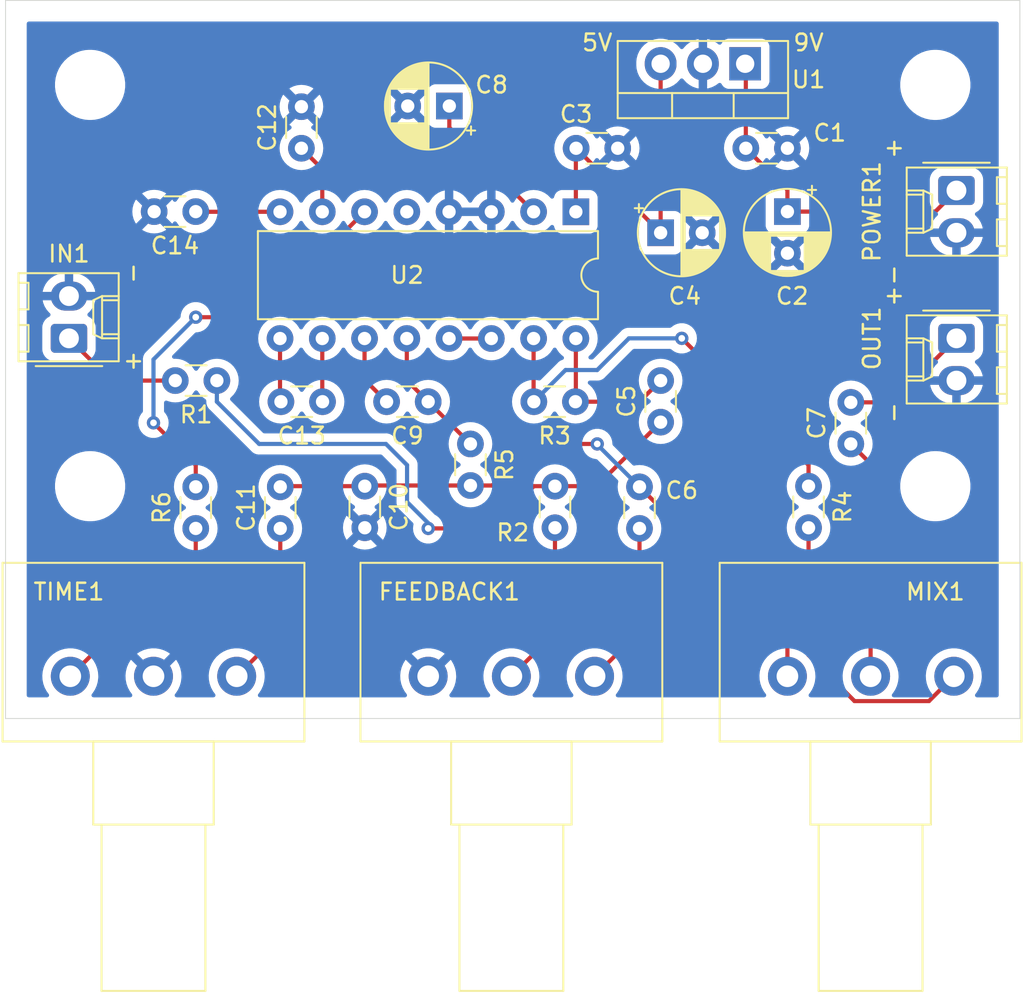
<source format=kicad_pcb>
(kicad_pcb (version 20211014) (generator pcbnew)
  (layers (0 "F.Cu" signal) (31 "B.Cu" signal) (34 "B.Paste" user) (35 "F.Paste" user) (36 "B.SilkS" user "B.Silkscreen") (37 "F.SilkS" user "F.Silkscreen") (38 "B.Mask" user) (39 "F.Mask" user) (44 "Edge.Cuts" user))
  (net 0 "")
  (net 1 "Net-(R6-Pad1)")
  (net 2 "GND")
  (net 3 "Net-(C11-Pad1)")
  (net 4 "Net-(C10-Pad1)")
  (net 5 "Net-(C7-Pad1)")
  (net 6 "Net-(MIX1-Pad3)")
  (net 7 "Net-(FEEDBACK1-Pad2)")
  (net 8 "Net-(C6-Pad1)")
  (net 9 "Net-(C1-Pad1)")
  (net 10 "Net-(C3-Pad1)")
  (net 11 "Net-(C8-Pad1)")
  (net 13 "Net-(R6-Pad2)")
  (net 14 "Net-(C12-Pad1)")
  (net 15 "Net-(C14-Pad1)")
  (net 16 "Net-(C13-Pad2)")
  (net 17 "Net-(C13-Pad1)")
  (net 18 "Net-(C9-Pad2)")
  (net 19 "Net-(C9-Pad1)")
  (net 20 "Net-(U2-Pad13)")
  (net 21 "Net-(R3-Pad2)")
  (net 22 "Net-(C5-Pad2)")
  (net 23 "Net-(IN1-Pad1)")
  (net 24 "Net-(C7-Pad2)")
  (net 25 "Net-(C5-Pad1)")
  (footprint "Capacitor_THT:C_Disc_D3.0mm_W1.6mm_P2.50mm" (layer "F.Cu") (at 166.41 100.33)
    (fp_text reference "C1" (at 5.04 -0.92 180) (layer "F.SilkS"))
    (fp_text value "100nF" hide)
    (pad "1" thru_hole circle (at 0 0) (size 1.6 1.6) (drill 0.8) (layers *.Cu *.Mask) (net 9 "Net-(C1-Pad1)"))
    (pad "2" thru_hole circle (at 2.5 0) (size 1.6 1.6) (drill 0.8) (layers *.Cu *.Mask) (net 2 "GND"))
  )
  (footprint "Capacitor_THT:CP_Radial_D5.0mm_P2.50mm" (layer "F.Cu") (at 168.91 104.14 -90)
    (fp_text reference "C2" (at 5.08 -0.284 180) (layer "F.SilkS"))
    (fp_text value "100uF" hide)
    (pad "1" thru_hole rect (at 0 0 270) (size 1.6 1.6) (drill 0.8) (layers *.Cu *.Mask) (net 9 "Net-(C1-Pad1)"))
    (pad "2" thru_hole circle (at 2.5 0 270) (size 1.6 1.6) (drill 0.8) (layers *.Cu *.Mask) (net 2 "GND"))
  )
  (footprint "MountingHole:MountingHole_3.2mm_M3_DIN965" (layer "F.Cu") (at 127 96.52)
    (fp_text reference "H4" hide)
    (fp_text value "MountingHole" hide)
    (pad "" np_thru_hole circle (at 0 0) (size 3.2 3.2) (drill 3.2) (layers *.Cu *.Mask))
  )
  (footprint "Capacitor_THT:C_Disc_D3.0mm_W1.6mm_P2.50mm" (layer "F.Cu") (at 170.18 120.65 -90)
    (fp_text reference "R4" (at 1.25 -2.05 90) (layer "F.SilkS"))
    (fp_text value "22K" hide)
    (pad "1" thru_hole circle (at 0 0 270) (size 1.6 1.6) (drill 0.8) (layers *.Cu *.Mask) (net 21 "Net-(R3-Pad2)"))
    (pad "2" thru_hole circle (at 2.5 0 270) (size 1.6 1.6) (drill 0.8) (layers *.Cu *.Mask) (net 6 "Net-(MIX1-Pad3)"))
  )
  (footprint "Capacitor_THT:C_Disc_D3.0mm_W1.6mm_P2.50mm" (layer "F.Cu") (at 134.62 114.3 180)
    (fp_text reference "R1" (at 1.25 -2.05) (layer "F.SilkS"))
    (fp_text value "22K" hide)
    (pad "1" thru_hole circle (at 0 0 180) (size 1.6 1.6) (drill 0.8) (layers *.Cu *.Mask) (net 25 "Net-(C5-Pad1)"))
    (pad "2" thru_hole circle (at 2.5 0 180) (size 1.6 1.6) (drill 0.8) (layers *.Cu *.Mask) (net 23 "Net-(IN1-Pad1)"))
  )
  (footprint "Capacitor_THT:C_Disc_D3.0mm_W1.6mm_P2.50mm" (layer "F.Cu") (at 156.17 115.57 180)
    (fp_text reference "R3" (at 1.25 -2.05) (layer "F.SilkS"))
    (fp_text value "68K" hide)
    (pad "1" thru_hole circle (at 0 0 180) (size 1.6 1.6) (drill 0.8) (layers *.Cu *.Mask) (net 22 "Net-(C5-Pad2)"))
    (pad "2" thru_hole circle (at 2.5 0 180) (size 1.6 1.6) (drill 0.8) (layers *.Cu *.Mask) (net 21 "Net-(R3-Pad2)"))
  )
  (footprint "Capacitor_THT:C_Disc_D3.0mm_W1.6mm_P2.50mm" (layer "F.Cu") (at 154.94 120.65 -90)
    (fp_text reference "R2" (at 2.794 2.54 180) (layer "F.SilkS"))
    (fp_text value "22K" hide)
    (pad "1" thru_hole circle (at 0 0 270) (size 1.6 1.6) (drill 0.8) (layers *.Cu *.Mask) (net 25 "Net-(C5-Pad1)"))
    (pad "2" thru_hole circle (at 2.5 0 270) (size 1.6 1.6) (drill 0.8) (layers *.Cu *.Mask) (net 7 "Net-(FEEDBACK1-Pad2)"))
  )
  (footprint "Connector_Molex:Molex_KK-254_AE-6410-02A_1x02_P2.54mm_Vertical" (layer "F.Cu") (at 125.73 111.76 90)
    (fp_text reference "IN1" (at 5.08 0 180) (layer "F.SilkS"))
    (fp_text value "Conn_01x02" hide)
    (pad "1" thru_hole roundrect (at 0 0 90) (size 1.74 2.19) (drill 1.19) (layers *.Cu *.Mask) (roundrect_rratio 0.143678) (net 23 "Net-(IN1-Pad1)"))
    (pad "2" thru_hole oval (at 2.54 0 90) (size 1.74 2.19) (drill 1.19) (layers *.Cu *.Mask) (net 2 "GND"))
  )
  (footprint "MountingHole:MountingHole_3.2mm_M3_DIN965" (layer "F.Cu") (at 177.8 96.52)
    (fp_text reference "H2" hide)
    (fp_text value "MountingHole" hide)
    (pad "" np_thru_hole circle (at 0 0) (size 3.2 3.2) (drill 3.2) (layers *.Cu *.Mask))
  )
  (footprint "Capacitor_THT:C_Disc_D3.0mm_W1.6mm_P2.50mm" (layer "F.Cu") (at 161.29 116.8 90)
    (fp_text reference "C5" (at 1.25 -2.05 90) (layer "F.SilkS"))
    (fp_text value "100nF" hide)
    (pad "1" thru_hole circle (at 0 0 90) (size 1.6 1.6) (drill 0.8) (layers *.Cu *.Mask) (net 25 "Net-(C5-Pad1)"))
    (pad "2" thru_hole circle (at 2.5 0 90) (size 1.6 1.6) (drill 0.8) (layers *.Cu *.Mask) (net 22 "Net-(C5-Pad2)"))
  )
  (footprint "MountingHole:MountingHole_3.2mm_M3_DIN965" (layer "F.Cu") (at 177.8 120.65)
    (fp_text reference "H3" hide)
    (fp_text value "MountingHole" hide)
    (pad "" np_thru_hole circle (at 0 0) (size 3.2 3.2) (drill 3.2) (layers *.Cu *.Mask))
  )
  (footprint "Capacitor_THT:CP_Radial_D5.0mm_P2.50mm" (layer "F.Cu") (at 148.59 97.79 180)
    (fp_text reference "C8" (at -2.54 1.27) (layer "F.SilkS"))
    (fp_text value "22uF" hide)
    (pad "1" thru_hole rect (at 0 0 180) (size 1.6 1.6) (drill 0.8) (layers *.Cu *.Mask) (net 11 "Net-(C8-Pad1)"))
    (pad "2" thru_hole circle (at 2.5 0 180) (size 1.6 1.6) (drill 0.8) (layers *.Cu *.Mask) (net 2 "GND"))
  )
  (footprint "Capacitor_THT:C_Disc_D3.0mm_W1.6mm_P2.50mm" (layer "F.Cu") (at 138.43 123.19 90)
    (fp_text reference "C11" (at 1.25 -2.05 90) (layer "F.SilkS"))
    (fp_text value "100nF" hide)
    (pad "1" thru_hole circle (at 0 0 90) (size 1.6 1.6) (drill 0.8) (layers *.Cu *.Mask) (net 3 "Net-(C11-Pad1)"))
    (pad "2" thru_hole circle (at 2.5 0 90) (size 1.6 1.6) (drill 0.8) (layers *.Cu *.Mask) (net 4 "Net-(C10-Pad1)"))
  )
  (footprint "MountingHole:MountingHole_3.2mm_M3_DIN965" (layer "F.Cu") (at 127 120.65)
    (fp_text reference "H1" hide)
    (fp_text value "MountingHole" hide)
    (pad "" np_thru_hole circle (at 0 0) (size 3.2 3.2) (drill 3.2) (layers *.Cu *.Mask))
  )
  (footprint "Capacitor_THT:C_Disc_D3.0mm_W1.6mm_P2.50mm" (layer "F.Cu") (at 160.02 123.19 90)
    (fp_text reference "C6" (at 2.286 2.54 180) (layer "F.SilkS"))
    (fp_text value "100nF" hide)
    (pad "1" thru_hole circle (at 0 0 90) (size 1.6 1.6) (drill 0.8) (layers *.Cu *.Mask) (net 8 "Net-(C6-Pad1)"))
    (pad "2" thru_hole circle (at 2.5 0 90) (size 1.6 1.6) (drill 0.8) (layers *.Cu *.Mask) (net 4 "Net-(C10-Pad1)"))
  )
  (footprint "Potentiometer_THT:Potentiometer_Alps_RK163_Single_Horizontal" (layer "F.Cu") (at 168.91 132.08 -90)
    (fp_text reference "MIX1" (at -5.08 -8.89 180) (layer "F.SilkS"))
    (fp_text value "100K" hide)
    (pad "1" thru_hole circle (at 0 0 270) (size 2.34 2.34) (drill 1.3) (layers *.Cu *.Mask) (net 4 "Net-(C10-Pad1)"))
    (pad "2" thru_hole circle (at 0 -5 270) (size 2.34 2.34) (drill 1.3) (layers *.Cu *.Mask) (net 5 "Net-(C7-Pad1)"))
    (pad "3" thru_hole circle (at 0 -10 270) (size 2.34 2.34) (drill 1.3) (layers *.Cu *.Mask) (net 6 "Net-(MIX1-Pad3)"))
  )
  (footprint "Package_TO_SOT_THT:TO-220-3_Vertical" (layer "F.Cu") (at 166.37 95.25 180)
    (fp_text reference "U1" (at -3.81 -0.9495) (layer "F.SilkS"))
    (fp_text value "L7805" hide)
    (pad "1" thru_hole rect (at 0 0 180) (size 1.905 2) (drill 1.1) (layers *.Cu *.Mask) (net 9 "Net-(C1-Pad1)"))
    (pad "2" thru_hole oval (at 2.54 0 180) (size 1.905 2) (drill 1.1) (layers *.Cu *.Mask) (net 2 "GND"))
    (pad "3" thru_hole oval (at 5.08 0 180) (size 1.905 2) (drill 1.1) (layers *.Cu *.Mask) (net 10 "Net-(C3-Pad1)"))
  )
  (footprint "Capacitor_THT:C_Disc_D3.0mm_W1.6mm_P2.50mm" (layer "F.Cu") (at 133.35 104.14 180)
    (fp_text reference "C14" (at 1.25 -2.05) (layer "F.SilkS"))
    (fp_text value "100nF" hide)
    (pad "1" thru_hole circle (at 0 0 180) (size 1.6 1.6) (drill 0.8) (layers *.Cu *.Mask) (net 15 "Net-(C14-Pad1)"))
    (pad "2" thru_hole circle (at 2.5 0 180) (size 1.6 1.6) (drill 0.8) (layers *.Cu *.Mask) (net 2 "GND"))
  )
  (footprint "Potentiometer_THT:Potentiometer_Alps_RK163_Single_Horizontal" (layer "F.Cu") (at 125.81 132.08 -90)
    (fp_text reference "TIME1" (at -5.08 0.08 180) (layer "F.SilkS"))
    (fp_text value "10K" hide)
    (pad "1" thru_hole circle (at 0 0 270) (size 2.34 2.34) (drill 1.3) (layers *.Cu *.Mask) (net 1 "Net-(R6-Pad1)"))
    (pad "2" thru_hole circle (at 0 -5 270) (size 2.34 2.34) (drill 1.3) (layers *.Cu *.Mask) (net 2 "GND"))
    (pad "3" thru_hole circle (at 0 -10 270) (size 2.34 2.34) (drill 1.3) (layers *.Cu *.Mask) (net 3 "Net-(C11-Pad1)"))
  )
  (footprint "Capacitor_THT:C_Disc_D3.0mm_W1.6mm_P2.50mm" (layer "F.Cu") (at 156.21 100.33)
    (fp_text reference "C3" (at 0 -2.05) (layer "F.SilkS"))
    (fp_text value "100nF" hide)
    (pad "1" thru_hole circle (at 0 0) (size 1.6 1.6) (drill 0.8) (layers *.Cu *.Mask) (net 10 "Net-(C3-Pad1)"))
    (pad "2" thru_hole circle (at 2.5 0) (size 1.6 1.6) (drill 0.8) (layers *.Cu *.Mask) (net 2 "GND"))
  )
  (footprint "Package_DIP:DIP-16_W7.62mm" (layer "F.Cu") (at 156.195 104.15 -90)
    (fp_text reference "U2" (at 3.81 10.145 180) (layer "F.SilkS"))
    (fp_text value "PT2399" hide)
    (pad "1" thru_hole rect (at 0 0 270) (size 1.6 1.6) (drill 0.8) (layers *.Cu *.Mask) (net 10 "Net-(C3-Pad1)"))
    (pad "2" thru_hole oval (at 0 2.54 270) (size 1.6 1.6) (drill 0.8) (layers *.Cu *.Mask) (net 11 "Net-(C8-Pad1)"))
    (pad "3" thru_hole oval (at 0 5.08 270) (size 1.6 1.6) (drill 0.8) (layers *.Cu *.Mask) (net 2 "GND"))
    (pad "4" thru_hole oval (at 0 7.62 270) (size 1.6 1.6) (drill 0.8) (layers *.Cu *.Mask) (net 2 "GND"))
    (pad "5" thru_hole oval (at 0 10.16 270) (size 1.6 1.6) (drill 0.8) (layers *.Cu *.Mask))
    (pad "6" thru_hole oval (at 0 12.7 270) (size 1.6 1.6) (drill 0.8) (layers *.Cu *.Mask) (net 13 "Net-(R6-Pad2)"))
    (pad "7" thru_hole oval (at 0 15.24 270) (size 1.6 1.6) (drill 0.8) (layers *.Cu *.Mask) (net 14 "Net-(C12-Pad1)"))
    (pad "8" thru_hole oval (at 0 17.78 270) (size 1.6 1.6) (drill 0.8) (layers *.Cu *.Mask) (net 15 "Net-(C14-Pad1)"))
    (pad "9" thru_hole oval (at 7.62 17.78 270) (size 1.6 1.6) (drill 0.8) (layers *.Cu *.Mask) (net 16 "Net-(C13-Pad2)"))
    (pad "10" thru_hole oval (at 7.62 15.24 270) (size 1.6 1.6) (drill 0.8) (layers *.Cu *.Mask) (net 17 "Net-(C13-Pad1)"))
    (pad "11" thru_hole oval (at 7.62 12.7 270) (size 1.6 1.6) (drill 0.8) (layers *.Cu *.Mask) (net 18 "Net-(C9-Pad2)"))
    (pad "12" thru_hole oval (at 7.62 10.16 270) (size 1.6 1.6) (drill 0.8) (layers *.Cu *.Mask) (net 19 "Net-(C9-Pad1)"))
    (pad "13" thru_hole oval (at 7.62 7.62 270) (size 1.6 1.6) (drill 0.8) (layers *.Cu *.Mask) (net 20 "Net-(U2-Pad13)"))
    (pad "14" thru_hole oval (at 7.62 5.08 270) (size 1.6 1.6) (drill 0.8) (layers *.Cu *.Mask) (net 20 "Net-(U2-Pad13)"))
    (pad "15" thru_hole oval (at 7.62 2.54 270) (size 1.6 1.6) (drill 0.8) (layers *.Cu *.Mask) (net 21 "Net-(R3-Pad2)"))
    (pad "16" thru_hole oval (at 7.62 0 270) (size 1.6 1.6) (drill 0.8) (layers *.Cu *.Mask) (net 22 "Net-(C5-Pad2)"))
  )
  (footprint "Capacitor_THT:C_Disc_D3.0mm_W1.6mm_P2.50mm" (layer "F.Cu") (at 140.97 115.57 180)
    (fp_text reference "C13" (at 1.25 -2.05) (layer "F.SilkS"))
    (fp_text value "100nF" hide)
    (pad "1" thru_hole circle (at 0 0 180) (size 1.6 1.6) (drill 0.8) (layers *.Cu *.Mask) (net 17 "Net-(C13-Pad1)"))
    (pad "2" thru_hole circle (at 2.5 0 180) (size 1.6 1.6) (drill 0.8) (layers *.Cu *.Mask) (net 16 "Net-(C13-Pad2)"))
  )
  (footprint "Capacitor_THT:C_Disc_D3.0mm_W1.6mm_P2.50mm" (layer "F.Cu") (at 147.32 115.57 180)
    (fp_text reference "C9" (at 1.25 -2.05) (layer "F.SilkS"))
    (fp_text value "100nF" hide)
    (pad "1" thru_hole circle (at 0 0 180) (size 1.6 1.6) (drill 0.8) (layers *.Cu *.Mask) (net 19 "Net-(C9-Pad1)"))
    (pad "2" thru_hole circle (at 2.5 0 180) (size 1.6 1.6) (drill 0.8) (layers *.Cu *.Mask) (net 18 "Net-(C9-Pad2)"))
  )
  (footprint "Capacitor_THT:C_Disc_D3.0mm_W1.6mm_P2.50mm" (layer "F.Cu") (at 143.51 120.65 -90)
    (fp_text reference "C10" (at 1.25 -2.05 90) (layer "F.SilkS"))
    (fp_text value "22nF" hide)
    (pad "1" thru_hole circle (at 0 0 270) (size 1.6 1.6) (drill 0.8) (layers *.Cu *.Mask) (net 4 "Net-(C10-Pad1)"))
    (pad "2" thru_hole circle (at 2.5 0 270) (size 1.6 1.6) (drill 0.8) (layers *.Cu *.Mask) (net 2 "GND"))
  )
  (footprint "Capacitor_THT:C_Disc_D3.0mm_W1.6mm_P2.50mm" (layer "F.Cu") (at 133.35 123.19 90)
    (fp_text reference "R6" (at 1.25 -2.05 90) (layer "F.SilkS"))
    (fp_text value "1K" hide)
    (pad "1" thru_hole circle (at 0 0 90) (size 1.6 1.6) (drill 0.8) (layers *.Cu *.Mask) (net 1 "Net-(R6-Pad1)"))
    (pad "2" thru_hole circle (at 2.5 0 90) (size 1.6 1.6) (drill 0.8) (layers *.Cu *.Mask) (net 13 "Net-(R6-Pad2)"))
  )
  (footprint "Capacitor_THT:C_Disc_D3.0mm_W1.6mm_P2.50mm" (layer "F.Cu") (at 149.86 118.11 -90)
    (fp_text reference "R5" (at 1.25 -2.05 90) (layer "F.SilkS"))
    (fp_text value "10K" hide)
    (pad "1" thru_hole circle (at 0 0 270) (size 1.6 1.6) (drill 0.8) (layers *.Cu *.Mask) (net 19 "Net-(C9-Pad1)"))
    (pad "2" thru_hole circle (at 2.5 0 270) (size 1.6 1.6) (drill 0.8) (layers *.Cu *.Mask) (net 4 "Net-(C10-Pad1)"))
  )
  (footprint "Connector_Molex:Molex_KK-254_AE-6410-02A_1x02_P2.54mm_Vertical" (layer "F.Cu") (at 179.07 102.87 -90)
    (fp_text reference "POWER1" (at 1.27 5.08 90) (layer "F.SilkS"))
    (fp_text value "Conn_01x02" hide)
    (pad "1" thru_hole roundrect (at 0 0 270) (size 1.74 2.19) (drill 1.19) (layers *.Cu *.Mask) (roundrect_rratio 0.143678) (net 9 "Net-(C1-Pad1)"))
    (pad "2" thru_hole oval (at 2.54 0 270) (size 1.74 2.19) (drill 1.19) (layers *.Cu *.Mask) (net 2 "GND"))
  )
  (footprint "Connector_Molex:Molex_KK-254_AE-6410-02A_1x02_P2.54mm_Vertical" (layer "F.Cu") (at 179.07 111.76 -90)
    (fp_text reference "OUT1" (at 0 5.08 90) (layer "F.SilkS"))
    (fp_text value "Conn_01x02" hide)
    (pad "1" thru_hole roundrect (at 0 0 270) (size 1.74 2.19) (drill 1.19) (layers *.Cu *.Mask) (roundrect_rratio 0.143678) (net 24 "Net-(C7-Pad2)"))
    (pad "2" thru_hole oval (at 2.54 0 270) (size 1.74 2.19) (drill 1.19) (layers *.Cu *.Mask) (net 2 "GND"))
  )
  (footprint "Capacitor_THT:C_Disc_D3.0mm_W1.6mm_P2.50mm" (layer "F.Cu") (at 139.7 100.33 90)
    (fp_text reference "C12" (at 1.25 -2.05 90) (layer "F.SilkS"))
    (fp_text value "100nF" hide)
    (pad "1" thru_hole circle (at 0 0 90) (size 1.6 1.6) (drill 0.8) (layers *.Cu *.Mask) (net 14 "Net-(C12-Pad1)"))
    (pad "2" thru_hole circle (at 2.5 0 90) (size 1.6 1.6) (drill 0.8) (layers *.Cu *.Mask) (net 2 "GND"))
  )
  (footprint "Capacitor_THT:CP_Radial_D5.0mm_P2.50mm" (layer "F.Cu") (at 161.29 105.41)
    (fp_text reference "C4" (at 1.45 3.81) (layer "F.SilkS"))
    (fp_text value "100uF" hide)
    (pad "1" thru_hole rect (at 0 0) (size 1.6 1.6) (drill 0.8) (layers *.Cu *.Mask) (net 10 "Net-(C3-Pad1)"))
    (pad "2" thru_hole circle (at 2.5 0) (size 1.6 1.6) (drill 0.8) (layers *.Cu *.Mask) (net 2 "GND"))
  )
  (footprint "Capacitor_THT:C_Disc_D3.0mm_W1.6mm_P2.50mm" (layer "F.Cu") (at 172.72 118.11 90)
    (fp_text reference "C7" (at 1.25 -2.05 90) (layer "F.SilkS"))
    (fp_text value "100nF" hide)
    (pad "1" thru_hole circle (at 0 0 90) (size 1.6 1.6) (drill 0.8) (layers *.Cu *.Mask) (net 5 "Net-(C7-Pad1)"))
    (pad "2" thru_hole circle (at 2.5 0 90) (size 1.6 1.6) (drill 0.8) (layers *.Cu *.Mask) (net 24 "Net-(C7-Pad2)"))
  )
  (footprint "Potentiometer_THT:Potentiometer_Alps_RK163_Single_Horizontal" (layer "F.Cu") (at 147.32 132.08 -90)
    (fp_text reference "FEEDBACK1" (at -5.08 -1.27 180) (layer "F.SilkS"))
    (fp_text value "250K" hide)
    (pad "1" thru_hole circle (at 0 0 270) (size 2.34 2.34) (drill 1.3) (layers *.Cu *.Mask) (net 2 "GND"))
    (pad "2" thru_hole circle (at 0 -5 270) (size 2.34 2.34) (drill 1.3) (layers *.Cu *.Mask) (net 7 "Net-(FEEDBACK1-Pad2)"))
    (pad "3" thru_hole circle (at 0 -10 270) (size 2.34 2.34) (drill 1.3) (layers *.Cu *.Mask) (net 8 "Net-(C6-Pad1)"))
  )
  (gr_line (start 182.88 91.44) (end 182.88 134.62) (layer "Edge.Cuts") (width 0.05))
  (gr_line (start 121.92 91.44) (end 182.88 91.44) (layer "Edge.Cuts") (width 0.05))
  (gr_line (start 121.92 134.62) (end 121.92 91.44) (layer "Edge.Cuts") (width 0.05))
  (gr_line (start 182.88 134.62) (end 121.92 134.62) (layer "Edge.Cuts") (width 0.05))
  (gr_text "9V" (at 170.18 93.98) (layer "F.SilkS") (effects (font (size 1 1))))
  (gr_text "+" (at 129.54 113.14 90) (layer "F.SilkS") (effects (font (size 1 1))))
  (gr_text "+" (at 175.26 109.22 90) (layer "F.SilkS") (effects (font (size 1 1))))
  (gr_text "-" (at 175.26 107.95 90) (layer "F.SilkS") (effects (font (size 1 1))))
  (gr_text "+" (at 175.26 100.33 90) (layer "F.SilkS") (effects (font (size 1 1))))
  (gr_text "-" (at 175.26 116.231 90) (layer "F.SilkS") (effects (font (size 1 1))))
  (gr_text "5V" (at 157.48 93.98) (layer "F.SilkS") (effects (font (size 1 1))))
  (gr_text "-" (at 129.54 107.84 90) (layer "F.SilkS") (effects (font (size 1 1))))
  (segment (start 133.35 123.19) (end 133.35 124.54) (width 0.25) (layer "F.Cu") (net 1))
  (segment (start 133.35 124.54) (end 125.81 132.08) (width 0.25) (layer "F.Cu") (net 1))
  (segment (start 138.43 123.19) (end 138.43 129.46) (width 0.25) (layer "F.Cu") (net 3))
  (segment (start 138.43 129.46) (end 135.81 132.08) (width 0.25) (layer "F.Cu") (net 3))
  (segment (start 143.55 120.61) (end 143.51 120.65) (width 0.25) (layer "F.Cu") (net 4))
  (segment (start 151.17 120.61) (end 153.67 118.11) (width 0.25) (layer "F.Cu") (net 4))
  (segment (start 143.51 120.65) (end 138.47 120.65) (width 0.25) (layer "F.Cu") (net 4))
  (segment (start 160.02 120.69) (end 168.91 129.58) (width 0.25) (layer "F.Cu") (net 4))
  (segment (start 168.91 129.58) (end 168.91 132.08) (width 0.25) (layer "F.Cu") (net 4))
  (segment (start 149.86 120.61) (end 151.17 120.61) (width 0.25) (layer "F.Cu") (net 4))
  (segment (start 149.86 120.61) (end 143.55 120.61) (width 0.25) (layer "F.Cu") (net 4))
  (segment (start 153.67 118.11) (end 157.48 118.11) (width 0.25) (layer "F.Cu") (net 4))
  (segment (start 138.47 120.65) (end 138.43 120.69) (width 0.25) (layer "F.Cu") (net 4))
  (via (at 157.48 118.11) (size 0.8) (drill 0.4) (layers "F.Cu" "B.Cu") (net 4))
  (segment (start 157.48 118.15) (end 160.02 120.69) (width 0.25) (layer "B.Cu") (net 4))
  (segment (start 157.48 118.11) (end 157.48 118.15) (width 0.25) (layer "B.Cu") (net 4))
  (segment (start 173.91 119.3) (end 173.91 132.08) (width 0.25) (layer "F.Cu") (net 5))
  (segment (start 172.72 118.11) (end 173.91 119.3) (width 0.25) (layer "F.Cu") (net 5))
  (segment (start 170.18 130.81) (end 170.18 123.15) (width 0.25) (layer "F.Cu") (net 6))
  (segment (start 177.415489 133.574511) (end 172.944511 133.574511) (width 0.25) (layer "F.Cu") (net 6))
  (segment (start 172.944511 133.574511) (end 170.18 130.81) (width 0.25) (layer "F.Cu") (net 6))
  (segment (start 178.91 132.08) (end 177.415489 133.574511) (width 0.25) (layer "F.Cu") (net 6))
  (segment (start 154.94 129.46) (end 152.32 132.08) (width 0.25) (layer "F.Cu") (net 7))
  (segment (start 154.94 123.15) (end 154.94 129.46) (width 0.25) (layer "F.Cu") (net 7))
  (segment (start 160.02 123.19) (end 160.02 129.38) (width 0.25) (layer "F.Cu") (net 8))
  (segment (start 160.02 129.38) (end 157.32 132.08) (width 0.25) (layer "F.Cu") (net 8))
  (segment (start 179.07 102.87) (end 177.8 104.14) (width 0.25) (layer "F.Cu") (net 9))
  (segment (start 166.41 95.29) (end 166.37 95.25) (width 0.25) (layer "F.Cu") (net 9))
  (segment (start 168.91 104.14) (end 168.91 102.83) (width 0.25) (layer "F.Cu") (net 9))
  (segment (start 166.41 100.33) (end 166.41 95.29) (width 0.25) (layer "F.Cu") (net 9))
  (segment (start 177.8 104.14) (end 168.91 104.14) (width 0.25) (layer "F.Cu") (net 9))
  (segment (start 168.91 102.83) (end 166.41 100.33) (width 0.25) (layer "F.Cu") (net 9))
  (segment (start 156.195 100.345) (end 156.21 100.33) (width 0.25) (layer "F.Cu") (net 10))
  (segment (start 156.195 104.15) (end 156.195 100.345) (width 0.25) (layer "F.Cu") (net 10))
  (segment (start 161.29 95.25) (end 161.29 105.41) (width 0.25) (layer "F.Cu") (net 10))
  (segment (start 161.29 105.41) (end 156.21 100.33) (width 0.25) (layer "F.Cu") (net 10))
  (segment (start 148.59 97.79) (end 148.59 99.085) (width 0.25) (layer "F.Cu") (net 11))
  (segment (start 148.59 99.085) (end 153.655 104.15) (width 0.25) (layer "F.Cu") (net 11))
  (segment (start 133.35 119.38) (end 130.81 116.84) (width 0.25) (layer "F.Cu") (net 13))
  (segment (start 133.35 120.69) (end 133.35 119.38) (width 0.25) (layer "F.Cu") (net 13))
  (segment (start 137.155 110.49) (end 143.495 104.15) (width 0.25) (layer "F.Cu") (net 13))
  (segment (start 133.35 110.49) (end 137.155 110.49) (width 0.25) (layer "F.Cu") (net 13))
  (via (at 133.35 110.49) (size 0.8) (drill 0.4) (layers "F.Cu" "B.Cu") (net 13))
  (via (at 130.81 116.84) (size 0.8) (drill 0.4) (layers "F.Cu" "B.Cu") (net 13))
  (segment (start 130.81 113.03) (end 133.35 110.49) (width 0.25) (layer "B.Cu") (net 13))
  (segment (start 130.81 116.84) (end 130.81 113.03) (width 0.25) (layer "B.Cu") (net 13))
  (segment (start 140.955 101.585) (end 139.7 100.33) (width 0.25) (layer "F.Cu") (net 14))
  (segment (start 140.955 104.15) (end 140.955 101.585) (width 0.25) (layer "F.Cu") (net 14))
  (segment (start 138.415 104.15) (end 133.36 104.15) (width 0.25) (layer "F.Cu") (net 15))
  (segment (start 133.36 104.15) (end 133.35 104.14) (width 0.25) (layer "F.Cu") (net 15))
  (segment (start 138.415 115.515) (end 138.47 115.57) (width 0.25) (layer "F.Cu") (net 16))
  (segment (start 138.415 111.77) (end 138.415 115.515) (width 0.25) (layer "F.Cu") (net 16))
  (segment (start 140.955 111.77) (end 140.955 115.555) (width 0.25) (layer "F.Cu") (net 17))
  (segment (start 140.955 115.555) (end 140.97 115.57) (width 0.25) (layer "F.Cu") (net 17))
  (segment (start 143.495 114.245) (end 144.82 115.57) (width 0.25) (layer "F.Cu") (net 18))
  (segment (start 143.495 111.77) (end 143.495 114.245) (width 0.25) (layer "F.Cu") (net 18))
  (segment (start 146.035 111.77) (end 146.035 114.285) (width 0.25) (layer "F.Cu") (net 19))
  (segment (start 146.035 114.285) (end 147.32 115.57) (width 0.25) (layer "F.Cu") (net 19))
  (segment (start 147.32 115.57) (end 149.86 118.11) (width 0.25) (layer "F.Cu") (net 19))
  (segment (start 148.575 111.77) (end 151.115 111.77) (width 0.25) (layer "F.Cu") (net 20))
  (segment (start 170.18 120.65) (end 170.18 119.38) (width 0.25) (layer "F.Cu") (net 21))
  (segment (start 153.655 115.555) (end 153.67 115.57) (width 0.25) (layer "F.Cu") (net 21))
  (segment (start 170.18 119.38) (end 162.56 111.76) (width 0.25) (layer "F.Cu") (net 21))
  (segment (start 153.655 111.77) (end 153.655 115.555) (width 0.25) (layer "F.Cu") (net 21))
  (via (at 162.56 111.76) (size 0.8) (drill 0.4) (layers "F.Cu" "B.Cu") (net 21))
  (segment (start 155.575 113.665) (end 153.67 115.57) (width 0.25) (layer "B.Cu") (net 21))
  (segment (start 157.48 113.665) (end 155.575 113.665) (width 0.25) (layer "B.Cu") (net 21))
  (segment (start 159.385 111.76) (end 157.48 113.665) (width 0.25) (layer "B.Cu") (net 21))
  (segment (start 162.56 111.76) (end 159.385 111.76) (width 0.25) (layer "B.Cu") (net 21))
  (segment (start 160.02 115.57) (end 161.29 114.3) (width 0.25) (layer "F.Cu") (net 22))
  (segment (start 156.17 115.57) (end 160.02 115.57) (width 0.25) (layer "F.Cu") (net 22))
  (segment (start 156.195 115.545) (end 156.17 115.57) (width 0.25) (layer "F.Cu") (net 22))
  (segment (start 156.195 111.77) (end 156.195 115.545) (width 0.25) (layer "F.Cu") (net 22))
  (segment (start 125.73 111.76) (end 128.27 114.3) (width 0.25) (layer "F.Cu") (net 23))
  (segment (start 128.27 114.3) (end 132.12 114.3) (width 0.25) (layer "F.Cu") (net 23))
  (segment (start 175.22 115.61) (end 172.72 115.61) (width 0.25) (layer "F.Cu") (net 24))
  (segment (start 179.07 111.76) (end 175.22 115.61) (width 0.25) (layer "F.Cu") (net 24))
  (segment (start 157.44 120.65) (end 161.29 116.8) (width 0.25) (layer "F.Cu") (net 25))
  (segment (start 154.94 120.65) (end 157.44 120.65) (width 0.25) (layer "F.Cu") (net 25))
  (segment (start 153.67 120.65) (end 151.13 123.19) (width 0.25) (layer "F.Cu") (net 25))
  (segment (start 154.94 120.65) (end 153.67 120.65) (width 0.25) (layer "F.Cu") (net 25))
  (segment (start 151.13 123.19) (end 147.32 123.19) (width 0.25) (layer "F.Cu") (net 25))
  (via (at 147.32 123.19) (size 0.8) (drill 0.4) (layers "F.Cu" "B.Cu") (net 25))
  (segment (start 146.05 119.38) (end 144.78 118.11) (width 0.25) (layer "B.Cu") (net 25))
  (segment (start 134.62 115.57) (end 134.62 114.3) (width 0.25) (layer "B.Cu") (net 25))
  (segment (start 147.32 122.8697) (end 146.05 121.5997) (width 0.25) (layer "B.Cu") (net 25))
  (segment (start 144.78 118.11) (end 137.16 118.11) (width 0.25) (layer "B.Cu") (net 25))
  (segment (start 147.32 123.19) (end 147.32 122.8697) (width 0.25) (layer "B.Cu") (net 25))
  (segment (start 146.05 121.5997) (end 146.05 119.38) (width 0.25) (layer "B.Cu") (net 25))
  (segment (start 137.16 118.11) (end 134.62 115.57) (width 0.25) (layer "B.Cu") (net 25))
  (zone (net 2) (net_name "GND") (layer "B.Cu") (connect_pads (clearance 0.508)) (min_thickness 0.254) (fill yes (thermal_gap 0.508) (thermal_bridge_width 0.508))
    (polygon (pts (xy 181.61 133.35) (xy 123.19 133.35) (xy 123.19 92.71) (xy 181.61 92.71)))
  )
)
</source>
